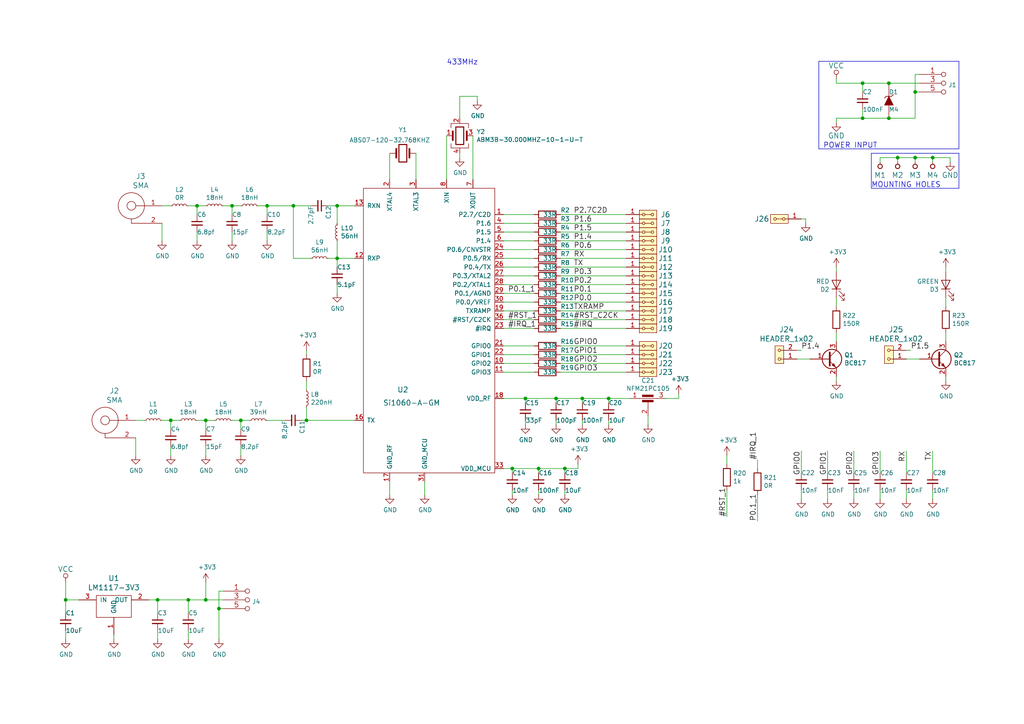
<source format=kicad_sch>
(kicad_sch (version 20220103) (generator eeschema)
  (paper "A4")
  (title_block (title "NAME") (date "%F") (rev "REV") (company "Mlab www.mlab.cz") (comment 1 "VERSION") (comment 2 "Short description \\nTwo lines are maximum") (comment 3 "nickname <email@example.com>") (comment 4 "BSD"))
  (junction (at 257.81 24.13))
  (junction (at 45.72 173.99))
  (junction (at 49.53 121.92))
  (junction (at 152.4 115.57))
  (junction (at 77.47 59.69))
  (junction (at 57.15 59.69))
  (junction (at 97.79 74.93))
  (junction (at 156.21 135.89))
  (junction (at 148.59 135.89))
  (junction (at 250.19 24.13))
  (junction (at 250.19 34.29))
  (junction (at 59.69 173.99))
  (junction (at 59.69 121.92))
  (junction (at 265.43 45.72))
  (junction (at 54.61 173.99))
  (junction (at 265.43 26.67))
  (junction (at 260.35 45.72))
  (junction (at 176.53 115.57))
  (junction (at 257.81 34.29))
  (junction (at 163.83 135.89))
  (junction (at 67.31 59.69))
  (junction (at 88.9 121.92))
  (junction (at 69.85 121.92))
  (junction (at 85.09 59.69))
  (junction (at 161.29 115.57))
  (junction (at 63.5 176.53))
  (junction (at 97.79 59.69))
  (junction (at 270.51 45.72))
  (junction (at 168.91 115.57))
  (junction (at 19.05 173.99))
  (wire (pts (xy 77.47 121.92) (xy 82.55 121.92)))
  (wire (pts (xy 64.77 59.69) (xy 67.31 59.69)))
  (wire (pts (xy 54.61 59.69) (xy 57.15 59.69)))
  (wire (pts (xy 257.81 24.13) (xy 266.7 24.13)))
  (wire (pts (xy 219.71 135.89) (xy 219.71 133.35)))
  (wire (pts (xy 33.02 185.42) (xy 33.02 184.15)))
  (wire (pts (xy 162.56 69.85) (xy 181.61 69.85)))
  (wire (pts (xy 77.47 59.69) (xy 85.09 59.69)))
  (wire (pts (xy 64.77 171.45) (xy 63.5 171.45)))
  (wire (pts (xy 162.56 90.17) (xy 181.61 90.17)))
  (wire (pts (xy 162.56 105.41) (xy 181.61 105.41)))
  (wire (pts (xy 260.35 46.99) (xy 260.35 45.72)))
  (wire (pts (xy 265.43 21.59) (xy 265.43 26.67)))
  (wire (pts (xy 233.68 63.5) (xy 233.68 64.77)))
  (wire (pts (xy 167.64 135.89) (xy 167.64 134.62)))
  (wire (pts (xy 275.59 45.72) (xy 270.51 45.72)))
  (wire (pts (xy 270.51 45.72) (xy 265.43 45.72)))
  (wire (pts (xy 161.29 123.19) (xy 161.29 121.92)))
  (wire (pts (xy 59.69 173.99) (xy 64.77 173.99)))
  (wire (pts (xy 74.93 59.69) (xy 77.47 59.69)))
  (wire (pts (xy 265.43 45.72) (xy 260.35 45.72)))
  (wire (pts (xy 146.05 105.41) (xy 154.94 105.41)))
  (wire (pts (xy 148.59 143.51) (xy 148.59 142.24)))
  (wire (pts (xy 162.56 92.71) (xy 181.61 92.71)))
  (wire (pts (xy 162.56 74.93) (xy 181.61 74.93)))
  (wire (pts (xy 161.29 116.84) (xy 161.29 115.57)))
  (wire (pts (xy 97.79 74.93) (xy 102.87 74.93)))
  (wire (pts (xy 54.61 185.42) (xy 54.61 182.88)))
  (wire (pts (xy 54.61 173.99) (xy 59.69 173.99)))
  (wire (pts (xy 57.15 121.92) (xy 59.69 121.92)))
  (wire (pts (xy 19.05 173.99) (xy 19.05 168.91)))
  (wire (pts (xy 146.05 95.25) (xy 154.94 95.25)))
  (wire (pts (xy 146.05 72.39) (xy 154.94 72.39)))
  (wire (pts (xy 242.57 110.49) (xy 242.57 109.22)))
  (wire (pts (xy 95.25 59.69) (xy 97.79 59.69)))
  (wire (pts (xy 162.56 107.95) (xy 181.61 107.95)))
  (wire (pts (xy 265.43 46.99) (xy 265.43 45.72)))
  (wire (pts (xy 146.05 100.33) (xy 154.94 100.33)))
  (wire (pts (xy 85.09 74.93) (xy 85.09 59.69)))
  (wire (pts (xy 152.4 116.84) (xy 152.4 115.57)))
  (wire (pts (xy 274.32 96.52) (xy 274.32 99.06)))
  (wire (pts (xy 162.56 85.09) (xy 181.61 85.09)))
  (wire (pts (xy 270.51 46.99) (xy 270.51 45.72)))
  (wire (pts (xy 146.05 69.85) (xy 154.94 69.85)))
  (wire (pts (xy 231.14 101.6) (xy 232.41 101.6)))
  (wire (pts (xy 274.32 110.49) (xy 274.32 109.22)))
  (wire (pts (xy 97.79 69.85) (xy 97.79 74.93)))
  (wire (pts (xy 77.47 62.23) (xy 77.47 59.69)))
  (wire (pts (xy 257.81 34.29) (xy 265.43 34.29)))
  (wire (pts (xy 250.19 31.75) (xy 250.19 34.29)))
  (wire (pts (xy 168.91 116.84) (xy 168.91 115.57)))
  (wire (pts (xy 54.61 173.99) (xy 54.61 177.8)))
  (wire (pts (xy 168.91 115.57) (xy 176.53 115.57)))
  (wire (pts (xy 63.5 176.53) (xy 63.5 185.42)))
  (wire (pts (xy 146.05 82.55) (xy 154.94 82.55)))
  (wire (pts (xy 45.72 177.8) (xy 45.72 173.99)))
  (wire (pts (xy 97.79 59.69) (xy 102.87 59.69)))
  (wire (pts (xy 162.56 100.33) (xy 181.61 100.33)))
  (wire (pts (xy 113.03 143.51) (xy 113.03 139.7)))
  (wire (pts (xy 59.69 121.92) (xy 62.23 121.92)))
  (wire (pts (xy 57.15 59.69) (xy 59.69 59.69)))
  (wire (pts (xy 146.05 67.31) (xy 154.94 67.31)))
  (wire (pts (xy 274.32 77.47) (xy 274.32 78.74)))
  (wire (pts (xy 163.83 135.89) (xy 167.64 135.89)))
  (wire (pts (xy 257.81 24.13) (xy 250.19 24.13)))
  (wire (pts (xy 63.5 176.53) (xy 64.77 176.53)))
  (polyline (pts (xy 237.49 43.18) (xy 237.49 17.78)))
  (wire (pts (xy 146.05 135.89) (xy 148.59 135.89)))
  (wire (pts (xy 193.04 115.57) (xy 196.85 115.57)))
  (wire (pts (xy 46.99 64.77) (xy 46.99 69.85)))
  (wire (pts (xy 69.85 121.92) (xy 72.39 121.92)))
  (wire (pts (xy 45.72 173.99) (xy 54.61 173.99)))
  (wire (pts (xy 146.05 80.01) (xy 154.94 80.01)))
  (wire (pts (xy 250.19 34.29) (xy 257.81 34.29)))
  (wire (pts (xy 59.69 124.46) (xy 59.69 121.92)))
  (wire (pts (xy 247.65 142.24) (xy 247.65 144.78)))
  (wire (pts (xy 133.35 45.72) (xy 133.35 44.45)))
  (wire (pts (xy 146.05 62.23) (xy 154.94 62.23)))
  (wire (pts (xy 162.56 64.77) (xy 181.61 64.77)))
  (wire (pts (xy 270.51 130.81) (xy 270.51 137.16)))
  (wire (pts (xy 39.37 127) (xy 39.37 132.08)))
  (wire (pts (xy 168.91 123.19) (xy 168.91 121.92)))
  (wire (pts (xy 187.96 123.19) (xy 187.96 120.65)))
  (wire (pts (xy 162.56 80.01) (xy 181.61 80.01)))
  (wire (pts (xy 148.59 137.16) (xy 148.59 135.89)))
  (wire (pts (xy 19.05 173.99) (xy 19.05 177.8)))
  (wire (pts (xy 255.27 45.72) (xy 255.27 46.99)))
  (wire (pts (xy 232.41 63.5) (xy 233.68 63.5)))
  (wire (pts (xy 113.03 44.45) (xy 113.03 52.07)))
  (wire (pts (xy 162.56 72.39) (xy 181.61 72.39)))
  (wire (pts (xy 176.53 115.57) (xy 182.88 115.57)))
  (wire (pts (xy 43.18 173.99) (xy 45.72 173.99)))
  (wire (pts (xy 210.82 132.08) (xy 210.82 134.62)))
  (wire (pts (xy 247.65 130.81) (xy 247.65 137.16)))
  (wire (pts (xy 45.72 185.42) (xy 45.72 182.88)))
  (wire (pts (xy 148.59 135.89) (xy 156.21 135.89)))
  (wire (pts (xy 46.99 121.92) (xy 49.53 121.92)))
  (wire (pts (xy 133.35 34.29) (xy 133.35 27.94)))
  (wire (pts (xy 146.05 90.17) (xy 154.94 90.17)))
  (wire (pts (xy 255.27 142.24) (xy 255.27 144.78)))
  (wire (pts (xy 88.9 118.11) (xy 88.9 121.92)))
  (wire (pts (xy 156.21 137.16) (xy 156.21 135.89)))
  (wire (pts (xy 242.57 78.74) (xy 242.57 77.47)))
  (wire (pts (xy 250.19 24.13) (xy 242.57 24.13)))
  (wire (pts (xy 67.31 59.69) (xy 69.85 59.69)))
  (wire (pts (xy 67.31 121.92) (xy 69.85 121.92)))
  (wire (pts (xy 97.79 77.47) (xy 97.79 74.93)))
  (wire (pts (xy 146.05 85.09) (xy 154.94 85.09)))
  (wire (pts (xy 156.21 135.89) (xy 163.83 135.89)))
  (wire (pts (xy 162.56 62.23) (xy 181.61 62.23)))
  (wire (pts (xy 146.05 107.95) (xy 154.94 107.95)))
  (wire (pts (xy 152.4 115.57) (xy 161.29 115.57)))
  (wire (pts (xy 57.15 69.85) (xy 57.15 67.31)))
  (wire (pts (xy 162.56 95.25) (xy 181.61 95.25)))
  (wire (pts (xy 146.05 64.77) (xy 154.94 64.77)))
  (wire (pts (xy 22.86 173.99) (xy 19.05 173.99)))
  (wire (pts (xy 87.63 121.92) (xy 88.9 121.92)))
  (wire (pts (xy 97.79 64.77) (xy 97.79 59.69)))
  (wire (pts (xy 163.83 137.16) (xy 163.83 135.89)))
  (wire (pts (xy 146.05 74.93) (xy 154.94 74.93)))
  (polyline (pts (xy 278.13 17.78) (xy 278.13 43.18)))
  (wire (pts (xy 19.05 185.42) (xy 19.05 182.88)))
  (wire (pts (xy 146.05 92.71) (xy 154.94 92.71)))
  (wire (pts (xy 266.7 21.59) (xy 265.43 21.59)))
  (wire (pts (xy 123.19 143.51) (xy 123.19 139.7)))
  (wire (pts (xy 275.59 46.99) (xy 275.59 45.72)))
  (wire (pts (xy 133.35 27.94) (xy 138.43 27.94)))
  (wire (pts (xy 162.56 67.31) (xy 181.61 67.31)))
  (wire (pts (xy 85.09 59.69) (xy 90.17 59.69)))
  (wire (pts (xy 59.69 168.91) (xy 59.69 173.99)))
  (polyline (pts (xy 252.73 54.61) (xy 252.73 44.45)))
  (wire (pts (xy 146.05 87.63) (xy 154.94 87.63)))
  (wire (pts (xy 176.53 123.19) (xy 176.53 121.92)))
  (wire (pts (xy 162.56 77.47) (xy 181.61 77.47)))
  (wire (pts (xy 274.32 86.36) (xy 274.32 88.9)))
  (wire (pts (xy 262.89 104.14) (xy 266.7 104.14)))
  (wire (pts (xy 97.79 85.09) (xy 97.79 82.55)))
  (wire (pts (xy 129.54 39.37) (xy 129.54 52.07)))
  (wire (pts (xy 57.15 62.23) (xy 57.15 59.69)))
  (wire (pts (xy 262.89 142.24) (xy 262.89 144.78)))
  (wire (pts (xy 240.03 142.24) (xy 240.03 144.78)))
  (wire (pts (xy 69.85 132.08) (xy 69.85 129.54)))
  (polyline (pts (xy 237.49 17.78) (xy 278.13 17.78)))
  (wire (pts (xy 152.4 123.19) (xy 152.4 121.92)))
  (polyline (pts (xy 252.73 44.45) (xy 278.13 44.45)))
  (wire (pts (xy 46.99 59.69) (xy 49.53 59.69)))
  (wire (pts (xy 242.57 99.06) (xy 242.57 96.52)))
  (wire (pts (xy 176.53 115.57) (xy 176.53 116.84)))
  (wire (pts (xy 88.9 102.87) (xy 88.9 101.6)))
  (wire (pts (xy 146.05 102.87) (xy 154.94 102.87)))
  (wire (pts (xy 39.37 121.92) (xy 41.91 121.92)))
  (polyline (pts (xy 278.13 43.18) (xy 237.49 43.18)))
  (wire (pts (xy 242.57 88.9) (xy 242.57 86.36)))
  (wire (pts (xy 49.53 132.08) (xy 49.53 129.54)))
  (wire (pts (xy 63.5 171.45) (xy 63.5 176.53)))
  (wire (pts (xy 260.35 45.72) (xy 255.27 45.72)))
  (wire (pts (xy 95.25 74.93) (xy 97.79 74.93)))
  (wire (pts (xy 146.05 115.57) (xy 152.4 115.57)))
  (wire (pts (xy 210.82 142.24) (xy 210.82 149.86)))
  (wire (pts (xy 137.16 39.37) (xy 137.16 52.07)))
  (wire (pts (xy 90.17 74.93) (xy 85.09 74.93)))
  (wire (pts (xy 67.31 69.85) (xy 67.31 67.31)))
  (wire (pts (xy 49.53 124.46) (xy 49.53 121.92)))
  (wire (pts (xy 242.57 22.86) (xy 242.57 24.13)))
  (wire (pts (xy 250.19 24.13) (xy 250.19 26.67)))
  (wire (pts (xy 242.57 34.29) (xy 242.57 35.56)))
  (polyline (pts (xy 278.13 54.61) (xy 252.73 54.61)))
  (wire (pts (xy 232.41 130.81) (xy 232.41 137.16)))
  (wire (pts (xy 163.83 143.51) (xy 163.83 142.24)))
  (wire (pts (xy 262.89 130.81) (xy 262.89 137.16)))
  (wire (pts (xy 250.19 34.29) (xy 242.57 34.29)))
  (wire (pts (xy 162.56 82.55) (xy 181.61 82.55)))
  (wire (pts (xy 265.43 26.67) (xy 265.43 34.29)))
  (wire (pts (xy 120.65 44.45) (xy 120.65 52.07)))
  (wire (pts (xy 262.89 101.6) (xy 264.16 101.6)))
  (wire (pts (xy 69.85 124.46) (xy 69.85 121.92)))
  (wire (pts (xy 67.31 62.23) (xy 67.31 59.69)))
  (wire (pts (xy 270.51 142.24) (xy 270.51 144.78)))
  (wire (pts (xy 240.03 130.81) (xy 240.03 137.16)))
  (polyline (pts (xy 278.13 44.45) (xy 278.13 54.61)))
  (wire (pts (xy 232.41 142.24) (xy 232.41 144.78)))
  (wire (pts (xy 49.53 121.92) (xy 52.07 121.92)))
  (wire (pts (xy 146.05 77.47) (xy 154.94 77.47)))
  (wire (pts (xy 162.56 102.87) (xy 181.61 102.87)))
  (wire (pts (xy 88.9 121.92) (xy 102.87 121.92)))
  (wire (pts (xy 156.21 143.51) (xy 156.21 142.24)))
  (wire (pts (xy 231.14 104.14) (xy 234.95 104.14)))
  (wire (pts (xy 88.9 113.03) (xy 88.9 110.49)))
  (wire (pts (xy 161.29 115.57) (xy 168.91 115.57)))
  (wire (pts (xy 59.69 132.08) (xy 59.69 129.54)))
  (wire (pts (xy 219.71 143.51) (xy 219.71 151.13)))
  (wire (pts (xy 138.43 27.94) (xy 138.43 29.21)))
  (wire (pts (xy 77.47 69.85) (xy 77.47 67.31)))
  (wire (pts (xy 255.27 130.81) (xy 255.27 137.16)))
  (wire (pts (xy 162.56 87.63) (xy 181.61 87.63)))
  (wire (pts (xy 196.85 115.57) (xy 196.85 114.3)))
  (wire (pts (xy 266.7 26.67) (xy 265.43 26.67)))
  (text "POWER INPUT" (at 238.76 43.18 0) (effects (font (size 1.524 1.524)) (justify left bottom)))
  (text "433MHz" (at 129.54 19.05 0) (effects (font (size 1.524 1.524)) (justify left bottom)))
  (text "MOUNTING HOLES" (at 252.73 54.61 0) (effects (font (size 1.524 1.524)) (justify left bottom)))
  (label "P0.2" (at 166.37 82.55 0) (effects (font (size 1.524 1.524))))
  (label "#RST_1" (at 147.32 92.71 0) (effects (font (size 1.524 1.524))))
  (label "#IRQ_1" (at 147.32 95.25 0) (effects (font (size 1.524 1.524))))
  (label "TX" (at 166.37 77.47 0) (effects (font (size 1.524 1.524))))
  (label "TX" (at 270.51 130.81 270) (effects (font (size 1.524 1.524))))
  (label "P1.4" (at 166.37 69.85 0) (effects (font (size 1.524 1.524))))
  (label "RX" (at 262.89 130.81 270) (effects (font (size 1.524 1.524))))
  (label "P0.1_1" (at 147.32 85.09 0) (effects (font (size 1.524 1.524))))
  (label "#RST_C2CK" (at 166.37 92.71 0) (effects (font (size 1.524 1.524))))
  (label "GPIO2" (at 247.65 130.81 270) (effects (font (size 1.524 1.524))))
  (label "P1.5" (at 264.16 101.6 0) (effects (font (size 1.524 1.524))))
  (label "GPIO0" (at 232.41 130.81 270) (effects (font (size 1.524 1.524))))
  (label "P0.3" (at 166.37 80.01 0) (effects (font (size 1.524 1.524))))
  (label "#IRQ_1" (at 219.71 133.35 90) (effects (font (size 1.524 1.524))))
  (label "TXRAMP" (at 166.37 90.17 0) (effects (font (size 1.524 1.524))))
  (label "P0.1" (at 166.37 85.09 0) (effects (font (size 1.524 1.524))))
  (label "#IRQ" (at 166.37 95.25 0) (effects (font (size 1.524 1.524))))
  (label "P0.0" (at 166.37 87.63 0) (effects (font (size 1.524 1.524))))
  (label "GPIO3" (at 166.37 107.95 0) (effects (font (size 1.524 1.524))))
  (label "RX" (at 166.37 74.93 0) (effects (font (size 1.524 1.524))))
  (label "P1.6" (at 166.37 64.77 0) (effects (font (size 1.524 1.524))))
  (label "GPIO0" (at 166.37 100.33 0) (effects (font (size 1.524 1.524))))
  (label "GPIO1" (at 166.37 102.87 0) (effects (font (size 1.524 1.524))))
  (label "GPIO1" (at 240.03 130.81 270) (effects (font (size 1.524 1.524))))
  (label "P1.5" (at 166.37 67.31 0) (effects (font (size 1.524 1.524))))
  (label "#RST_1" (at 210.82 149.86 90) (effects (font (size 1.524 1.524))))
  (label "P0.6" (at 166.37 72.39 0) (effects (font (size 1.524 1.524))))
  (label "P0.1_1" (at 219.71 151.13 90) (effects (font (size 1.524 1.524))))
  (label "GPIO3" (at 255.27 130.81 270) (effects (font (size 1.524 1.524))))
  (label "GPIO2" (at 166.37 105.41 0) (effects (font (size 1.524 1.524))))
  (label "P2.7C2D" (at 166.37 62.23 0) (effects (font (size 1.524 1.524))))
  (label "P1.4" (at 232.41 101.6 0) (effects (font (size 1.524 1.524))))
  (symbol (lib_id "power:VCC") (at 242.57 22.86 0) (unit 1)
    (property "Reference" "#PWR01" (effects hide))
    (property "Value" "VCC" (at 242.57 19.05 0) (effects (font (size 1.524 1.524))))
  )
  (symbol (lib_id "power:GND") (at 242.57 35.56 0) (unit 1)
    (property "Reference" "#PWR02" (effects hide))
    (property "Value" "GND" (at 242.57 39.37 0) (effects (font (size 1.524 1.524))))
  )
  (symbol (lib_id "MLAB_MECHANICAL:HOLE") (at 255.27 48.26 90) (unit 1)
    (property "Reference" "M1" (at 255.27 50.8 90) (effects (font (size 1.524 1.524))))
    (property "Value" "HOLE" (effects hide))
    (property "Footprint" "Mlab_Mechanical:MountingHole_3mm" (effects hide))
  )
  (symbol (lib_id "MLAB_MECHANICAL:HOLE") (at 260.35 48.26 90) (unit 1)
    (property "Reference" "M2" (at 260.35 50.8 90) (effects (font (size 1.524 1.524))))
    (property "Value" "HOLE" (effects hide))
    (property "Footprint" "Mlab_Mechanical:MountingHole_3mm" (effects hide))
  )
  (symbol (lib_id "MLAB_MECHANICAL:HOLE") (at 265.43 48.26 90) (unit 1)
    (property "Reference" "M3" (at 265.43 50.8 90) (effects (font (size 1.524 1.524))))
    (property "Value" "HOLE" (effects hide))
    (property "Footprint" "Mlab_Mechanical:MountingHole_3mm" (effects hide))
  )
  (symbol (lib_id "MLAB_MECHANICAL:HOLE") (at 270.51 48.26 90) (unit 1)
    (property "Reference" "M4" (at 270.51 50.8 90) (effects (font (size 1.524 1.524))))
    (property "Value" "HOLE" (effects hide))
    (property "Footprint" "Mlab_Mechanical:MountingHole_3mm" (effects hide))
  )
  (symbol (lib_id "power:GND") (at 275.59 46.99 0) (unit 1)
    (property "Reference" "#PWR03" (effects hide))
    (property "Value" "GND" (at 275.59 50.8 0) (effects (font (size 1.524 1.524))))
  )
  (symbol (lib_id "Device:C_Small") (at 250.19 29.21 0) (unit 1)
    (property "Reference" "C2" (at 250.19 26.67 0) (effects (justify left)))
    (property "Value" "100nF" (at 250.19 31.75 0) (effects (justify left)))
    (property "Footprint" "Mlab_R:SMD-0805" (effects hide))
    (property "UST_ID" "5c70984712875079b91f8b4c" (effects hide))
  )
  (symbol (lib_id "MLAB_Jumpers:JUMP_3X2") (at 276.86 25.4 0) (unit 1)
    (property "Reference" "J1" (at 275.0566 24.638 0) (effects (justify left)))
    (property "Value" "JUMP_3X2" (effects hide))
    (property "Footprint" "Mlab_Pin_Headers:Straight_2x03" (effects hide))
  )
  (symbol (lib_id "MLAB_D:D_ZENER") (at 257.81 29.21 270) (unit 1)
    (property "Reference" "D1" (at 257.81 26.67 90) (effects (justify left)))
    (property "Value" "M4" (at 257.81 31.75 90) (effects (justify left)))
    (property "Footprint" "Mlab_D:Diode-MiniMELF_Standard" (effects hide))
    (property "UST_ID" "5c70984512875079b91f88ac" (effects hide))
  )
  (symbol (lib_id "MLAB_IO:Si1060-A-GM") (at 123.19 92.71 0) (unit 1)
    (property "Reference" "U2" (at 116.84 113.03 0) (effects (font (size 1.524 1.524))))
    (property "Value" "Si1060-A-GM" (at 119.38 116.84 0) (effects (font (size 1.524 1.524))))
    (property "Footprint" "Package_DFN_QFN:QFN-36-1EP_5x6mm_P0.5mm_EP3.6x4.1mm_ThermalVias" (effects hide))
    (property "Datasheet" "https://www.silabs.com/documents/public/data-sheets/Si106x-8x.pdf" (effects hide))
    (property "UST_ID" "5c70984812875079b91f8ba3" (effects hide))
  )
  (symbol (lib_id "MLAB_U:LM1117") (at 33.02 176.53 0) (unit 1)
    (property "Reference" "U1" (at 33.02 167.7162 0) (effects (font (size 1.524 1.524))))
    (property "Value" "LM1117-3V3" (at 33.02 170.4086 0) (effects (font (size 1.524 1.524))))
    (property "Footprint" "Mlab_IO:SOT-223" (effects hide))
    (property "UST_ID" "5c70984712875079b91f8af9" (effects hide))
  )
  (symbol (lib_id "Device:C_Small") (at 19.05 180.34 0) (unit 1)
    (property "Reference" "C1" (at 19.05 177.8 0) (effects (justify left)))
    (property "Value" "10uF" (at 19.05 182.88 0) (effects (justify left)))
    (property "Footprint" "Mlab_R:SMD-0805" (effects hide))
    (property "UST_ID" "5c70984812875079b91f8bbd" (effects hide))
  )
  (symbol (lib_id "Device:C_Small") (at 45.72 180.34 0) (unit 1)
    (property "Reference" "C3" (at 45.72 177.8 0) (effects (justify left)))
    (property "Value" "10uF" (at 45.72 182.88 0) (effects (justify left)))
    (property "Footprint" "Mlab_R:SMD-0805" (effects hide))
    (property "UST_ID" "5c70984812875079b91f8bbd" (effects hide))
  )
  (symbol (lib_id "Device:C_Small") (at 54.61 180.34 0) (unit 1)
    (property "Reference" "C5" (at 54.61 177.8 0) (effects (justify left)))
    (property "Value" "10uF" (at 54.61 182.88 0) (effects (justify left)))
    (property "Footprint" "Mlab_R:SMD-0805" (effects hide))
    (property "UST_ID" "5c70984812875079b91f8bbd" (effects hide))
  )
  (symbol (lib_id "power:GND") (at 19.05 185.42 0) (unit 1)
    (property "Reference" "#PWR0101" (effects hide))
    (property "Value" "GND" (at 19.177 189.8142 0))
  )
  (symbol (lib_id "power:GND") (at 33.02 185.42 0) (unit 1)
    (property "Reference" "#PWR0102" (effects hide))
    (property "Value" "GND" (at 33.147 189.8142 0))
  )
  (symbol (lib_id "power:GND") (at 45.72 185.42 0) (unit 1)
    (property "Reference" "#PWR0103" (effects hide))
    (property "Value" "GND" (at 45.847 189.8142 0))
  )
  (symbol (lib_id "power:GND") (at 54.61 185.42 0) (unit 1)
    (property "Reference" "#PWR0104" (effects hide))
    (property "Value" "GND" (at 54.737 189.8142 0))
  )
  (symbol (lib_id "power:VCC") (at 19.05 168.91 0) (unit 1)
    (property "Reference" "#PWR0105" (effects hide))
    (property "Value" "VCC" (at 19.05 165.1 0) (effects (font (size 1.524 1.524))))
  )
  (symbol (lib_id "MLAB_Jumpers:JUMP_3X2") (at 74.93 175.26 0) (unit 1)
    (property "Reference" "J4" (at 73.1266 174.498 0) (effects (justify left)))
    (property "Value" "JUMP_3X2" (effects hide))
    (property "Footprint" "Mlab_Pin_Headers:Straight_2x03" (effects hide))
  )
  (symbol (lib_id "power:GND") (at 63.5 185.42 0) (unit 1)
    (property "Reference" "#PWR0106" (effects hide))
    (property "Value" "GND" (at 63.627 189.8142 0))
  )
  (symbol (lib_id "power:+3.3V") (at 59.69 168.91 0) (unit 1)
    (property "Reference" "#PWR0107" (effects hide))
    (property "Value" "+3.3V" (at 60.071 164.5158 0))
  )
  (symbol (lib_id "MLAB_CONNECTORS:SMA") (at 30.48 121.92 0) (mirror y) (unit 1)
    (property "Reference" "J2" (at 33.1724 113.3602 0) (effects (font (size 1.524 1.524))))
    (property "Value" "SMA" (at 33.1724 116.0526 0) (effects (font (size 1.524 1.524))))
    (property "Footprint" "Mlab_CON:SMA6251A13G50" (effects hide))
    (property "UST_ID" "5c70984412875079b91f87ac" (effects hide))
  )
  (symbol (lib_id "Device:L_Small") (at 44.45 121.92 90) (unit 1)
    (property "Reference" "L1" (at 44.45 117.221 90))
    (property "Value" "0R" (at 44.45 119.5324 90))
    (property "Footprint" "Mlab_R:SMD-0805" (effects hide))
    (property "UST_ID" "5c70984512875079b91f896b" (effects hide))
  )
  (symbol (lib_id "Device:L_Small") (at 54.61 121.92 90) (unit 1)
    (property "Reference" "L3" (at 54.61 117.221 90))
    (property "Value" "18nH" (at 54.61 119.5324 90))
    (property "Footprint" "Mlab_R:SMD-0805" (effects hide))
    (property "UST_ID" "5c70984412875079b91f8806" (effects hide))
  )
  (symbol (lib_id "Device:L_Small") (at 64.77 121.92 90) (unit 1)
    (property "Reference" "L5" (at 64.77 117.221 90))
    (property "Value" "18nH" (at 64.77 119.5324 90))
    (property "Footprint" "Mlab_R:SMD-0805" (effects hide))
    (property "UST_ID" "5c70984412875079b91f8806" (effects hide))
  )
  (symbol (lib_id "Device:L_Small") (at 74.93 121.92 90) (unit 1)
    (property "Reference" "L7" (at 74.93 117.221 90))
    (property "Value" "39nH" (at 74.93 119.5324 90))
    (property "Footprint" "Mlab_R:SMD-0805" (effects hide))
    (property "UST_ID" "5c70984412875079b91f8809" (effects hide))
  )
  (symbol (lib_id "Device:C_Small") (at 85.09 121.92 270) (unit 1)
    (property "Reference" "C11" (at 87.63 121.92 0) (effects (justify left)))
    (property "Value" "8,2pF" (at 82.55 121.92 0) (effects (justify left)))
    (property "Footprint" "Mlab_R:SMD-0805" (effects hide))
    (property "UST_ID" "5c70984712875079b91f8b2f" (effects hide))
  )
  (symbol (lib_id "Device:C_Small") (at 49.53 127 0) (unit 1)
    (property "Reference" "C4" (at 49.53 124.46 0) (effects (justify left)))
    (property "Value" "6.8pf" (at 49.53 129.54 0) (effects (justify left)))
    (property "Footprint" "Mlab_R:SMD-0805" (effects hide))
    (property "UST_ID" "5c70984712875079b91f8b2e" (effects hide))
  )
  (symbol (lib_id "Device:C_Small") (at 59.69 127 0) (unit 1)
    (property "Reference" "C7" (at 59.69 124.46 0) (effects (justify left)))
    (property "Value" "15pF" (at 59.69 129.54 0) (effects (justify left)))
    (property "Footprint" "Mlab_R:SMD-0805" (effects hide))
    (property "UST_ID" "5c70984712875079b91f8b32" (effects hide))
  )
  (symbol (lib_id "Device:C_Small") (at 69.85 127 0) (unit 1)
    (property "Reference" "C9" (at 69.85 124.46 0) (effects (justify left)))
    (property "Value" "8,2pF" (at 69.85 129.54 0) (effects (justify left)))
    (property "Footprint" "Mlab_R:SMD-0805" (effects hide))
    (property "UST_ID" "5c70984712875079b91f8b2f" (effects hide))
  )
  (symbol (lib_id "Device:L_Small") (at 88.9 115.57 0) (unit 1)
    (property "Reference" "L8" (at 90.0938 114.4016 0) (effects (justify left)))
    (property "Value" "220nH" (at 90.0938 116.713 0) (effects (justify left)))
    (property "Footprint" "Mlab_R:SMD-0805" (effects hide))
    (property "UST_ID" "5c70984412875079b91f880d" (effects hide))
  )
  (symbol (lib_id "Device:R") (at 88.9 106.68 0) (unit 1)
    (property "Reference" "R1" (at 90.678 105.5116 0) (effects (justify left)))
    (property "Value" "0R" (at 90.678 107.823 0) (effects (justify left)))
    (property "Footprint" "Mlab_R:SMD-0805" (effects hide))
    (property "UST_ID" "5c70984512875079b91f896b" (effects hide))
  )
  (symbol (lib_id "power:+3.3V") (at 88.9 101.6 0) (unit 1)
    (property "Reference" "#PWR0108" (effects hide))
    (property "Value" "+3.3V" (at 89.281 97.2058 0))
  )
  (symbol (lib_id "power:GND") (at 113.03 143.51 0) (unit 1)
    (property "Reference" "#PWR0109" (effects hide))
    (property "Value" "GND" (at 113.157 147.9042 0))
  )
  (symbol (lib_id "power:GND") (at 123.19 143.51 0) (unit 1)
    (property "Reference" "#PWR0110" (effects hide))
    (property "Value" "GND" (at 123.317 147.9042 0))
  )
  (symbol (lib_id "power:GND") (at 39.37 132.08 0) (unit 1)
    (property "Reference" "#PWR0111" (effects hide))
    (property "Value" "GND" (at 39.497 136.4742 0))
  )
  (symbol (lib_id "power:GND") (at 49.53 132.08 0) (unit 1)
    (property "Reference" "#PWR0112" (effects hide))
    (property "Value" "GND" (at 49.657 136.4742 0))
  )
  (symbol (lib_id "power:GND") (at 59.69 132.08 0) (unit 1)
    (property "Reference" "#PWR0113" (effects hide))
    (property "Value" "GND" (at 59.817 136.4742 0))
  )
  (symbol (lib_id "power:GND") (at 69.85 132.08 0) (unit 1)
    (property "Reference" "#PWR0114" (effects hide))
    (property "Value" "GND" (at 69.977 136.4742 0))
  )
  (symbol (lib_id "Device:R") (at 158.75 62.23 270) (unit 1)
    (property "Reference" "R2" (at 162.56 60.96 90) (effects (justify left)))
    (property "Value" "33R" (at 157.48 62.23 90) (effects (justify left)))
    (property "Footprint" "Mlab_R:SMD-0805" (effects hide))
    (property "UST_ID" "5c70984512875079b91f8970" (effects hide))
  )
  (symbol (lib_id "Device:Crystal") (at 116.84 44.45 0) (unit 1)
    (property "Reference" "Y1" (at 116.84 37.6428 0))
    (property "Value" "ABS07-120-32.768KHZ" (at 113.03 40.64 0))
    (property "Footprint" "Mlab_XTAL:ABS07" (effects hide))
    (property "UST_ID" "5c70984712875079b91f8b1b" (effects hide))
  )
  (symbol (lib_id "power:GND") (at 133.35 45.72 0) (unit 1)
    (property "Reference" "#PWR0115" (effects hide))
    (property "Value" "GND" (at 133.477 50.1142 0))
  )
  (symbol (lib_id "Device:R") (at 158.75 64.77 270) (unit 1)
    (property "Reference" "R3" (at 162.56 63.5 90) (effects (justify left)))
    (property "Value" "33R" (at 157.48 64.77 90) (effects (justify left)))
    (property "Footprint" "Mlab_R:SMD-0805" (effects hide))
    (property "UST_ID" "5c70984512875079b91f8970" (effects hide))
  )
  (symbol (lib_id "Device:R") (at 158.75 67.31 270) (unit 1)
    (property "Reference" "R4" (at 162.56 66.04 90) (effects (justify left)))
    (property "Value" "33R" (at 157.48 67.31 90) (effects (justify left)))
    (property "Footprint" "Mlab_R:SMD-0805" (effects hide))
    (property "UST_ID" "5c70984512875079b91f8970" (effects hide))
  )
  (symbol (lib_id "Device:R") (at 158.75 69.85 270) (unit 1)
    (property "Reference" "R5" (at 162.56 68.58 90) (effects (justify left)))
    (property "Value" "33R" (at 157.48 69.85 90) (effects (justify left)))
    (property "Footprint" "Mlab_R:SMD-0805" (effects hide))
    (property "UST_ID" "5c70984512875079b91f8970" (effects hide))
  )
  (symbol (lib_id "Device:R") (at 158.75 72.39 270) (unit 1)
    (property "Reference" "R6" (at 162.56 71.12 90) (effects (justify left)))
    (property "Value" "33R" (at 157.48 72.39 90) (effects (justify left)))
    (property "Footprint" "Mlab_R:SMD-0805" (effects hide))
    (property "UST_ID" "5c70984512875079b91f8970" (effects hide))
  )
  (symbol (lib_id "Device:R") (at 158.75 74.93 270) (unit 1)
    (property "Reference" "R7" (at 162.56 73.66 90) (effects (justify left)))
    (property "Value" "33R" (at 157.48 74.93 90) (effects (justify left)))
    (property "Footprint" "Mlab_R:SMD-0805" (effects hide))
    (property "UST_ID" "5c70984512875079b91f8970" (effects hide))
  )
  (symbol (lib_id "Device:R") (at 158.75 77.47 270) (unit 1)
    (property "Reference" "R8" (at 162.56 76.2 90) (effects (justify left)))
    (property "Value" "33R" (at 157.48 77.47 90) (effects (justify left)))
    (property "Footprint" "Mlab_R:SMD-0805" (effects hide))
    (property "UST_ID" "5c70984512875079b91f8970" (effects hide))
  )
  (symbol (lib_id "Device:R") (at 158.75 80.01 270) (unit 1)
    (property "Reference" "R9" (at 162.56 78.74 90) (effects (justify left)))
    (property "Value" "33R" (at 157.48 80.01 90) (effects (justify left)))
    (property "Footprint" "Mlab_R:SMD-0805" (effects hide))
    (property "UST_ID" "5c70984512875079b91f8970" (effects hide))
  )
  (symbol (lib_id "Device:R") (at 158.75 82.55 270) (unit 1)
    (property "Reference" "R10" (at 162.56 81.28 90) (effects (justify left)))
    (property "Value" "33R" (at 157.48 82.55 90) (effects (justify left)))
    (property "Footprint" "Mlab_R:SMD-0805" (effects hide))
    (property "UST_ID" "5c70984512875079b91f8970" (effects hide))
  )
  (symbol (lib_id "Device:R") (at 158.75 85.09 270) (unit 1)
    (property "Reference" "R11" (at 162.56 83.82 90) (effects (justify left)))
    (property "Value" "33R" (at 157.48 85.09 90) (effects (justify left)))
    (property "Footprint" "Mlab_R:SMD-0805" (effects hide))
    (property "UST_ID" "5c70984512875079b91f8970" (effects hide))
  )
  (symbol (lib_id "Device:R") (at 158.75 87.63 270) (unit 1)
    (property "Reference" "R12" (at 162.56 86.36 90) (effects (justify left)))
    (property "Value" "33R" (at 157.48 87.63 90) (effects (justify left)))
    (property "Footprint" "Mlab_R:SMD-0805" (effects hide))
    (property "UST_ID" "5c70984512875079b91f8970" (effects hide))
  )
  (symbol (lib_id "Device:R") (at 158.75 90.17 270) (unit 1)
    (property "Reference" "R13" (at 162.56 88.9 90) (effects (justify left)))
    (property "Value" "33R" (at 157.48 90.17 90) (effects (justify left)))
    (property "Footprint" "Mlab_R:SMD-0805" (effects hide))
    (property "UST_ID" "5c70984512875079b91f8970" (effects hide))
  )
  (symbol (lib_id "Device:R") (at 158.75 92.71 270) (unit 1)
    (property "Reference" "R14" (at 162.56 91.44 90) (effects (justify left)))
    (property "Value" "33R" (at 157.48 92.71 90) (effects (justify left)))
    (property "Footprint" "Mlab_R:SMD-0805" (effects hide))
    (property "UST_ID" "5c70984512875079b91f8970" (effects hide))
  )
  (symbol (lib_id "Device:R") (at 158.75 95.25 270) (unit 1)
    (property "Reference" "R15" (at 162.56 93.98 90) (effects (justify left)))
    (property "Value" "33R" (at 157.48 95.25 90) (effects (justify left)))
    (property "Footprint" "Mlab_R:SMD-0805" (effects hide))
    (property "UST_ID" "5c70984512875079b91f8970" (effects hide))
  )
  (symbol (lib_id "Device:R") (at 158.75 100.33 270) (unit 1)
    (property "Reference" "R16" (at 162.56 99.06 90) (effects (justify left)))
    (property "Value" "33R" (at 157.48 100.33 90) (effects (justify left)))
    (property "Footprint" "Mlab_R:SMD-0805" (effects hide))
    (property "UST_ID" "5c70984512875079b91f8970" (effects hide))
  )
  (symbol (lib_id "Device:R") (at 158.75 102.87 270) (unit 1)
    (property "Reference" "R17" (at 162.56 101.6 90) (effects (justify left)))
    (property "Value" "33R" (at 157.48 102.87 90) (effects (justify left)))
    (property "Footprint" "Mlab_R:SMD-0805" (effects hide))
    (property "UST_ID" "5c70984512875079b91f8970" (effects hide))
  )
  (symbol (lib_id "Device:R") (at 158.75 105.41 270) (unit 1)
    (property "Reference" "R18" (at 162.56 104.14 90) (effects (justify left)))
    (property "Value" "33R" (at 157.48 105.41 90) (effects (justify left)))
    (property "Footprint" "Mlab_R:SMD-0805" (effects hide))
    (property "UST_ID" "5c70984512875079b91f8970" (effects hide))
  )
  (symbol (lib_id "Device:R") (at 158.75 107.95 270) (unit 1)
    (property "Reference" "R19" (at 162.56 106.68 90) (effects (justify left)))
    (property "Value" "33R" (at 157.48 107.95 90) (effects (justify left)))
    (property "Footprint" "Mlab_R:SMD-0805" (effects hide))
    (property "UST_ID" "5c70984512875079b91f8970" (effects hide))
  )
  (symbol (lib_id "Device:Crystal_GND24") (at 133.35 39.37 0) (unit 1)
    (property "Reference" "Y2" (at 138.2014 38.2016 0) (effects (justify left)))
    (property "Value" "ABM3B-30.000MHZ-10-1-U-T" (at 138.2014 40.513 0) (effects (justify left)))
    (property "Footprint" "Crystal:Crystal_SMD_Abracon_ABM3B-4Pin_5.0x3.2mm" (effects hide))
    (property "UST_ID" "5c70984712875079b91f8ba1" (effects hide))
  )
  (symbol (lib_id "power:GND") (at 138.43 29.21 0) (unit 1)
    (property "Reference" "#PWR0116" (effects hide))
    (property "Value" "GND" (at 138.557 33.6042 0))
  )
  (symbol (lib_id "Device:EMI_Filter_C") (at 187.96 118.11 0) (unit 1)
    (property "Reference" "C21" (at 187.96 110.363 0))
    (property "Value" "NFM21PC105" (at 187.96 112.6744 0))
    (property "Footprint" "Mlab_L:FIR1" (effects hide))
    (property "Datasheet" "http://www.murata.com/~/media/webrenewal/support/library/catalog/products/emc/emifil/c31e.ashx?la=en-gb" (effects hide))
  )
  (symbol (lib_id "MLAB_CONNECTORS:SMA") (at 38.1 59.69 0) (mirror y) (unit 1)
    (property "Reference" "J3" (at 40.7924 51.1302 0) (effects (font (size 1.524 1.524))))
    (property "Value" "SMA" (at 40.7924 53.8226 0) (effects (font (size 1.524 1.524))))
    (property "Footprint" "Mlab_CON:SMA6251A13G50" (effects hide))
    (property "UST_ID" "5c70984412875079b91f87ac" (effects hide))
  )
  (symbol (lib_id "Device:L_Small") (at 52.07 59.69 90) (unit 1)
    (property "Reference" "L2" (at 52.07 54.991 90))
    (property "Value" "0R" (at 52.07 57.3024 90))
    (property "Footprint" "Mlab_R:SMD-0805" (effects hide))
    (property "UST_ID" "5c70984512875079b91f896b" (effects hide))
  )
  (symbol (lib_id "Device:L_Small") (at 62.23 59.69 90) (unit 1)
    (property "Reference" "L4" (at 62.23 54.991 90))
    (property "Value" "18nH" (at 62.23 57.3024 90))
    (property "Footprint" "Mlab_R:SMD-0805" (effects hide))
    (property "UST_ID" "5c70984412875079b91f8806" (effects hide))
  )
  (symbol (lib_id "Device:L_Small") (at 72.39 59.69 90) (unit 1)
    (property "Reference" "L6" (at 72.39 54.991 90))
    (property "Value" "18nH" (at 72.39 57.3024 90))
    (property "Footprint" "Mlab_R:SMD-0805" (effects hide))
    (property "UST_ID" "5c70984412875079b91f8806" (effects hide))
  )
  (symbol (lib_id "Device:C_Small") (at 57.15 64.77 0) (unit 1)
    (property "Reference" "C6" (at 57.15 62.23 0) (effects (justify left)))
    (property "Value" "6.8pf" (at 57.15 67.31 0) (effects (justify left)))
    (property "Footprint" "Mlab_R:SMD-0805" (effects hide))
    (property "UST_ID" "5c70984712875079b91f8b2e" (effects hide))
  )
  (symbol (lib_id "Device:C_Small") (at 67.31 64.77 0) (unit 1)
    (property "Reference" "C8" (at 67.31 62.23 0) (effects (justify left)))
    (property "Value" "15pF" (at 67.31 67.31 0) (effects (justify left)))
    (property "Footprint" "Mlab_R:SMD-0805" (effects hide))
    (property "UST_ID" "5c70984712875079b91f8b32" (effects hide))
  )
  (symbol (lib_id "Device:C_Small") (at 77.47 64.77 0) (unit 1)
    (property "Reference" "C10" (at 77.47 62.23 0) (effects (justify left)))
    (property "Value" "8,2pF" (at 77.47 67.31 0) (effects (justify left)))
    (property "Footprint" "Mlab_R:SMD-0805" (effects hide))
    (property "UST_ID" "5c70984712875079b91f8b2f" (effects hide))
  )
  (symbol (lib_id "power:GND") (at 46.99 69.85 0) (unit 1)
    (property "Reference" "#PWR0117" (effects hide))
    (property "Value" "GND" (at 47.117 74.2442 0))
  )
  (symbol (lib_id "power:GND") (at 57.15 69.85 0) (unit 1)
    (property "Reference" "#PWR0118" (effects hide))
    (property "Value" "GND" (at 57.277 74.2442 0))
  )
  (symbol (lib_id "power:GND") (at 67.31 69.85 0) (unit 1)
    (property "Reference" "#PWR0119" (effects hide))
    (property "Value" "GND" (at 67.437 74.2442 0))
  )
  (symbol (lib_id "power:GND") (at 77.47 69.85 0) (unit 1)
    (property "Reference" "#PWR0120" (effects hide))
    (property "Value" "GND" (at 77.597 74.2442 0))
  )
  (symbol (lib_id "Device:L_Small") (at 97.79 67.31 180) (unit 1)
    (property "Reference" "L10" (at 98.8314 66.1416 0) (effects (justify right)))
    (property "Value" "56nH" (at 98.8314 68.453 0) (effects (justify right)))
    (property "Footprint" "Mlab_R:SMD-0805" (effects hide))
    (property "UST_ID" "5c70984812875079b91f8ba4" (effects hide))
  )
  (symbol (lib_id "Device:L_Small") (at 92.71 74.93 90) (unit 1)
    (property "Reference" "L9" (at 92.71 70.231 90))
    (property "Value" "56nH" (at 92.71 72.5424 90))
    (property "Footprint" "Mlab_R:SMD-0805" (effects hide))
    (property "UST_ID" "5c70984812875079b91f8ba4" (effects hide))
  )
  (symbol (lib_id "Device:C_Small") (at 97.79 80.01 0) (unit 1)
    (property "Reference" "C13" (at 97.79 77.47 0) (effects (justify left)))
    (property "Value" "5.1pF" (at 97.79 82.55 0) (effects (justify left)))
    (property "Footprint" "Mlab_R:SMD-0805" (effects hide))
    (property "UST_ID" "5c70984812875079b91f8ba2" (effects hide))
  )
  (symbol (lib_id "Device:C_Small") (at 92.71 59.69 270) (unit 1)
    (property "Reference" "C12" (at 95.25 59.69 0) (effects (justify left)))
    (property "Value" "2.7pF" (at 90.17 59.69 0) (effects (justify left)))
    (property "Footprint" "Mlab_R:SMD-0805" (effects hide))
    (property "UST_ID" "5c70984712875079b91f8b28" (effects hide))
  )
  (symbol (lib_id "power:GND") (at 97.79 85.09 0) (unit 1)
    (property "Reference" "#PWR0121" (effects hide))
    (property "Value" "GND" (at 97.917 89.4842 0))
  )
  (symbol (lib_id "Device:C_Small") (at 152.4 119.38 0) (unit 1)
    (property "Reference" "C15" (at 152.4 116.84 0) (effects (justify left)))
    (property "Value" "33pF" (at 152.4 121.92 0) (effects (justify left)))
    (property "Footprint" "Mlab_R:SMD-0805" (effects hide))
    (property "UST_ID" "5c70984712875079b91f8b37" (effects hide))
  )
  (symbol (lib_id "Device:C_Small") (at 161.29 119.38 0) (unit 1)
    (property "Reference" "C17" (at 161.29 116.84 0) (effects (justify left)))
    (property "Value" "100pF" (at 161.29 121.92 0) (effects (justify left)))
    (property "Footprint" "Mlab_R:SMD-0805" (effects hide))
    (property "UST_ID" "5c70984712875079b91f8b3b" (effects hide))
  )
  (symbol (lib_id "Device:C_Small") (at 168.91 119.38 0) (unit 1)
    (property "Reference" "C19" (at 168.91 116.84 0) (effects (justify left)))
    (property "Value" "100nF" (at 168.91 121.92 0) (effects (justify left)))
    (property "Footprint" "Mlab_R:SMD-0805" (effects hide))
    (property "UST_ID" "5c70984712875079b91f8b4c" (effects hide))
  )
  (symbol (lib_id "Device:C_Small") (at 176.53 119.38 0) (unit 1)
    (property "Reference" "C20" (at 176.53 116.84 0) (effects (justify left)))
    (property "Value" "10uF" (at 176.53 121.92 0) (effects (justify left)))
    (property "Footprint" "Mlab_R:SMD-0805" (effects hide))
    (property "UST_ID" "5c70984812875079b91f8bbd" (effects hide))
  )
  (symbol (lib_id "power:GND") (at 152.4 123.19 0) (unit 1)
    (property "Reference" "#PWR0122" (effects hide))
    (property "Value" "GND" (at 152.527 127.5842 0))
  )
  (symbol (lib_id "power:GND") (at 161.29 123.19 0) (unit 1)
    (property "Reference" "#PWR0123" (effects hide))
    (property "Value" "GND" (at 161.417 127.5842 0))
  )
  (symbol (lib_id "power:GND") (at 168.91 123.19 0) (unit 1)
    (property "Reference" "#PWR0124" (effects hide))
    (property "Value" "GND" (at 169.037 127.5842 0))
  )
  (symbol (lib_id "power:GND") (at 176.53 123.19 0) (unit 1)
    (property "Reference" "#PWR0125" (effects hide))
    (property "Value" "GND" (at 176.657 127.5842 0))
  )
  (symbol (lib_id "Device:Q_NPN_BEC") (at 240.03 104.14 0) (unit 1)
    (property "Reference" "Q1" (at 244.8814 102.9716 0) (effects (justify left)))
    (property "Value" "BC817" (at 244.8814 105.283 0) (effects (justify left)))
    (property "Footprint" "Package_TO_SOT_SMD:SOT-23" (effects hide))
    (property "UST_ID" "5c70984712875079b91f8aec" (effects hide))
  )
  (symbol (lib_id "MLAB_HEADER:HEADER_2x01_PARALLEL") (at 226.06 63.5 180) (unit 1)
    (property "Reference" "J26" (at 220.98 63.5 0) (effects (font (size 1.524 1.524))))
    (property "Value" "HEADER_2x01_PARALLEL" (effects hide))
    (property "Footprint" "Mlab_Pin_Headers:Straight_2x01" (effects hide))
  )
  (symbol (lib_id "power:GND") (at 233.68 64.77 0) (unit 1)
    (property "Reference" "#PWR04" (effects hide))
    (property "Value" "GND" (at 233.807 69.1642 0))
  )
  (symbol (lib_id "power:GND") (at 242.57 110.49 0) (unit 1)
    (property "Reference" "#PWR0140" (effects hide))
    (property "Value" "GND" (at 242.697 114.8842 0))
  )
  (symbol (lib_id "power:+3.3V") (at 196.85 114.3 0) (unit 1)
    (property "Reference" "#PWR0126" (effects hide))
    (property "Value" "+3.3V" (at 197.231 109.9058 0))
  )
  (symbol (lib_id "Device:C_Small") (at 148.59 139.7 0) (unit 1)
    (property "Reference" "C14" (at 148.59 137.16 0) (effects (justify left)))
    (property "Value" "10nF" (at 148.59 142.24 0) (effects (justify left)))
    (property "Footprint" "Mlab_R:SMD-0805" (effects hide))
    (property "UST_ID" "5c70984712875079b91f8b49" (effects hide))
  )
  (symbol (lib_id "Device:C_Small") (at 156.21 139.7 0) (unit 1)
    (property "Reference" "C16" (at 156.21 137.16 0) (effects (justify left)))
    (property "Value" "100nF" (at 156.21 142.24 0) (effects (justify left)))
    (property "Footprint" "Mlab_R:SMD-0805" (effects hide))
    (property "UST_ID" "5c70984712875079b91f8b4c" (effects hide))
  )
  (symbol (lib_id "Device:C_Small") (at 163.83 139.7 0) (unit 1)
    (property "Reference" "C18" (at 163.83 137.16 0) (effects (justify left)))
    (property "Value" "10uF" (at 163.83 142.24 0) (effects (justify left)))
    (property "Footprint" "Mlab_R:SMD-0805" (effects hide))
    (property "UST_ID" "5c70984812875079b91f8bbd" (effects hide))
  )
  (symbol (lib_id "power:GND") (at 148.59 143.51 0) (unit 1)
    (property "Reference" "#PWR0127" (effects hide))
    (property "Value" "GND" (at 148.717 147.9042 0))
  )
  (symbol (lib_id "power:GND") (at 156.21 143.51 0) (unit 1)
    (property "Reference" "#PWR0128" (effects hide))
    (property "Value" "GND" (at 156.337 147.9042 0))
  )
  (symbol (lib_id "power:GND") (at 163.83 143.51 0) (unit 1)
    (property "Reference" "#PWR0129" (effects hide))
    (property "Value" "GND" (at 163.957 147.9042 0))
  )
  (symbol (lib_id "power:+3.3V") (at 167.64 134.62 0) (unit 1)
    (property "Reference" "#PWR0130" (effects hide))
    (property "Value" "+3.3V" (at 168.021 130.2258 0))
  )
  (symbol (lib_id "power:+3.3V") (at 242.57 77.47 0) (unit 1)
    (property "Reference" "#PWR0141" (effects hide))
    (property "Value" "+3.3V" (at 242.951 73.0758 0))
  )
  (symbol (lib_id "Device:Q_NPN_BEC") (at 271.78 104.14 0) (unit 1)
    (property "Reference" "Q2" (at 276.6314 102.9716 0) (effects (justify left)))
    (property "Value" "BC817" (at 276.6314 105.283 0) (effects (justify left)))
    (property "Footprint" "Package_TO_SOT_SMD:SOT-23" (effects hide))
    (property "UST_ID" "5c70984712875079b91f8aec" (effects hide))
  )
  (symbol (lib_id "power:GND") (at 187.96 123.19 0) (unit 1)
    (property "Reference" "#PWR0131" (effects hide))
    (property "Value" "GND" (at 188.087 127.5842 0))
  )
  (symbol (lib_id "power:GND") (at 274.32 110.49 0) (unit 1)
    (property "Reference" "#PWR0142" (effects hide))
    (property "Value" "GND" (at 274.447 114.8842 0))
  )
  (symbol (lib_id "Device:R") (at 219.71 139.7 0) (unit 1)
    (property "Reference" "R21" (at 221.488 138.5316 0) (effects (justify left)))
    (property "Value" "0R" (at 221.488 140.843 0) (effects (justify left)))
    (property "Footprint" "Mlab_R:SMD-0805" (effects hide))
    (property "UST_ID" "5c70984512875079b91f896b" (effects hide))
  )
  (symbol (lib_id "MLAB_HEADER:HEADER_2x01_PARALLEL") (at 187.96 62.23 0) (unit 1)
    (property "Reference" "J6" (at 193.04 62.23 0) (effects (font (size 1.524 1.524))))
    (property "Value" "HEADER_2x01_PARALLEL" (effects hide))
    (property "Footprint" "Mlab_Pin_Headers:Straight_2x01" (effects hide))
  )
  (symbol (lib_id "MLAB_HEADER:HEADER_2x01_PARALLEL") (at 187.96 64.77 0) (unit 1)
    (property "Reference" "J7" (at 193.04 64.77 0) (effects (font (size 1.524 1.524))))
    (property "Value" "HEADER_2x01_PARALLEL" (effects hide))
    (property "Footprint" "Mlab_Pin_Headers:Straight_2x01" (effects hide))
  )
  (symbol (lib_id "MLAB_HEADER:HEADER_2x01_PARALLEL") (at 187.96 67.31 0) (unit 1)
    (property "Reference" "J8" (at 193.04 67.31 0) (effects (font (size 1.524 1.524))))
    (property "Value" "HEADER_2x01_PARALLEL" (effects hide))
    (property "Footprint" "Mlab_Pin_Headers:Straight_2x01" (effects hide))
  )
  (symbol (lib_id "MLAB_HEADER:HEADER_2x01_PARALLEL") (at 187.96 69.85 0) (unit 1)
    (property "Reference" "J9" (at 193.04 69.85 0) (effects (font (size 1.524 1.524))))
    (property "Value" "HEADER_2x01_PARALLEL" (effects hide))
    (property "Footprint" "Mlab_Pin_Headers:Straight_2x01" (effects hide))
  )
  (symbol (lib_id "MLAB_HEADER:HEADER_2x01_PARALLEL") (at 187.96 72.39 0) (unit 1)
    (property "Reference" "J10" (at 193.04 72.39 0) (effects (font (size 1.524 1.524))))
    (property "Value" "HEADER_2x01_PARALLEL" (effects hide))
    (property "Footprint" "Mlab_Pin_Headers:Straight_2x01" (effects hide))
  )
  (symbol (lib_id "MLAB_HEADER:HEADER_2x01_PARALLEL") (at 187.96 74.93 0) (unit 1)
    (property "Reference" "J11" (at 193.04 74.93 0) (effects (font (size 1.524 1.524))))
    (property "Value" "HEADER_2x01_PARALLEL" (effects hide))
    (property "Footprint" "Mlab_Pin_Headers:Straight_2x01" (effects hide))
  )
  (symbol (lib_id "MLAB_HEADER:HEADER_2x01_PARALLEL") (at 187.96 77.47 0) (unit 1)
    (property "Reference" "J12" (at 193.04 77.47 0) (effects (font (size 1.524 1.524))))
    (property "Value" "HEADER_2x01_PARALLEL" (effects hide))
    (property "Footprint" "Mlab_Pin_Headers:Straight_2x01" (effects hide))
  )
  (symbol (lib_id "MLAB_HEADER:HEADER_2x01_PARALLEL") (at 187.96 80.01 0) (unit 1)
    (property "Reference" "J13" (at 193.04 80.01 0) (effects (font (size 1.524 1.524))))
    (property "Value" "HEADER_2x01_PARALLEL" (effects hide))
    (property "Footprint" "Mlab_Pin_Headers:Straight_2x01" (effects hide))
  )
  (symbol (lib_id "MLAB_HEADER:HEADER_2x01_PARALLEL") (at 187.96 82.55 0) (unit 1)
    (property "Reference" "J14" (at 193.04 82.55 0) (effects (font (size 1.524 1.524))))
    (property "Value" "HEADER_2x01_PARALLEL" (effects hide))
    (property "Footprint" "Mlab_Pin_Headers:Straight_2x01" (effects hide))
  )
  (symbol (lib_id "MLAB_HEADER:HEADER_2x01_PARALLEL") (at 187.96 85.09 0) (unit 1)
    (property "Reference" "J15" (at 193.04 85.09 0) (effects (font (size 1.524 1.524))))
    (property "Value" "HEADER_2x01_PARALLEL" (effects hide))
    (property "Footprint" "Mlab_Pin_Headers:Straight_2x01" (effects hide))
  )
  (symbol (lib_id "MLAB_HEADER:HEADER_2x01_PARALLEL") (at 187.96 87.63 0) (unit 1)
    (property "Reference" "J16" (at 193.04 87.63 0) (effects (font (size 1.524 1.524))))
    (property "Value" "HEADER_2x01_PARALLEL" (effects hide))
    (property "Footprint" "Mlab_Pin_Headers:Straight_2x01" (effects hide))
  )
  (symbol (lib_id "MLAB_HEADER:HEADER_2x01_PARALLEL") (at 187.96 90.17 0) (unit 1)
    (property "Reference" "J17" (at 193.04 90.17 0) (effects (font (size 1.524 1.524))))
    (property "Value" "HEADER_2x01_PARALLEL" (effects hide))
    (property "Footprint" "Mlab_Pin_Headers:Straight_2x01" (effects hide))
  )
  (symbol (lib_id "MLAB_HEADER:HEADER_2x01_PARALLEL") (at 187.96 92.71 0) (unit 1)
    (property "Reference" "J18" (at 193.04 92.71 0) (effects (font (size 1.524 1.524))))
    (property "Value" "HEADER_2x01_PARALLEL" (effects hide))
    (property "Footprint" "Mlab_Pin_Headers:Straight_2x01" (effects hide))
  )
  (symbol (lib_id "MLAB_HEADER:HEADER_2x01_PARALLEL") (at 187.96 95.25 0) (unit 1)
    (property "Reference" "J19" (at 193.04 95.25 0) (effects (font (size 1.524 1.524))))
    (property "Value" "HEADER_2x01_PARALLEL" (effects hide))
    (property "Footprint" "Mlab_Pin_Headers:Straight_2x01" (effects hide))
  )
  (symbol (lib_id "MLAB_HEADER:HEADER_2x01_PARALLEL") (at 187.96 100.33 0) (unit 1)
    (property "Reference" "J20" (at 193.04 100.33 0) (effects (font (size 1.524 1.524))))
    (property "Value" "HEADER_2x01_PARALLEL" (effects hide))
    (property "Footprint" "Mlab_Pin_Headers:Straight_2x01" (effects hide))
  )
  (symbol (lib_id "MLAB_HEADER:HEADER_2x01_PARALLEL") (at 187.96 102.87 0) (unit 1)
    (property "Reference" "J21" (at 193.04 102.87 0) (effects (font (size 1.524 1.524))))
    (property "Value" "HEADER_2x01_PARALLEL" (effects hide))
    (property "Footprint" "Mlab_Pin_Headers:Straight_2x01" (effects hide))
  )
  (symbol (lib_id "MLAB_HEADER:HEADER_2x01_PARALLEL") (at 187.96 105.41 0) (unit 1)
    (property "Reference" "J22" (at 193.04 105.41 0) (effects (font (size 1.524 1.524))))
    (property "Value" "HEADER_2x01_PARALLEL" (effects hide))
    (property "Footprint" "Mlab_Pin_Headers:Straight_2x01" (effects hide))
  )
  (symbol (lib_id "MLAB_HEADER:HEADER_2x01_PARALLEL") (at 187.96 107.95 0) (unit 1)
    (property "Reference" "J23" (at 193.04 107.95 0) (effects (font (size 1.524 1.524))))
    (property "Value" "HEADER_2x01_PARALLEL" (effects hide))
    (property "Footprint" "Mlab_Pin_Headers:Straight_2x01" (effects hide))
  )
  (symbol (lib_id "power:+3.3V") (at 274.32 77.47 0) (unit 1)
    (property "Reference" "#PWR0143" (effects hide))
    (property "Value" "+3.3V" (at 274.701 73.0758 0))
  )
  (symbol (lib_id "MLAB_HEADER:HEADER_1x02") (at 257.81 102.87 180) (unit 1)
    (property "Reference" "J25" (at 259.8674 95.5802 0) (effects (font (size 1.524 1.524))))
    (property "Value" "HEADER_1x02" (at 259.8674 98.2726 0) (effects (font (size 1.524 1.524))))
    (property "Footprint" "Mlab_Pin_Headers:Straight_1x02" (effects hide))
  )
  (symbol (lib_id "MLAB_HEADER:HEADER_1x02") (at 226.06 102.87 180) (unit 1)
    (property "Reference" "J24" (at 228.1174 95.5802 0) (effects (font (size 1.524 1.524))))
    (property "Value" "HEADER_1x02" (at 228.1174 98.2726 0) (effects (font (size 1.524 1.524))))
    (property "Footprint" "Mlab_Pin_Headers:Straight_1x02" (effects hide))
  )
  (symbol (lib_id "Device:R") (at 210.82 138.43 0) (unit 1)
    (property "Reference" "R20" (at 212.598 137.2616 0) (effects (justify left)))
    (property "Value" "1k" (at 212.598 139.573 0) (effects (justify left)))
    (property "Footprint" "Mlab_R:SMD-0805" (effects hide))
    (property "UST_ID" "5c70984512875079b91f898c" (effects hide))
  )
  (symbol (lib_id "power:+3.3V") (at 210.82 132.08 0) (unit 1)
    (property "Reference" "#PWR0133" (effects hide))
    (property "Value" "+3.3V" (at 211.201 127.6858 0))
  )
  (symbol (lib_id "Device:C_Small") (at 232.41 139.7 0) (unit 1)
    (property "Reference" "C22" (at 232.41 137.16 0) (effects (justify left)))
    (property "Value" "10nF" (at 232.41 142.24 0) (effects (justify left)))
    (property "Footprint" "Mlab_R:SMD-0805" (effects hide))
    (property "UST_ID" "5c70984712875079b91f8b49" (effects hide))
  )
  (symbol (lib_id "power:GND") (at 232.41 144.78 0) (unit 1)
    (property "Reference" "#PWR0134" (effects hide))
    (property "Value" "GND" (at 232.537 149.1742 0))
  )
  (symbol (lib_id "Device:C_Small") (at 240.03 139.7 0) (unit 1)
    (property "Reference" "C23" (at 240.03 137.16 0) (effects (justify left)))
    (property "Value" "10nF" (at 240.03 142.24 0) (effects (justify left)))
    (property "Footprint" "Mlab_R:SMD-0805" (effects hide))
    (property "UST_ID" "5c70984712875079b91f8b49" (effects hide))
  )
  (symbol (lib_id "power:GND") (at 240.03 144.78 0) (unit 1)
    (property "Reference" "#PWR0135" (effects hide))
    (property "Value" "GND" (at 240.157 149.1742 0))
  )
  (symbol (lib_id "Device:C_Small") (at 247.65 139.7 0) (unit 1)
    (property "Reference" "C25" (at 247.65 137.16 0) (effects (justify left)))
    (property "Value" "10nF" (at 247.65 142.24 0) (effects (justify left)))
    (property "Footprint" "Mlab_R:SMD-0805" (effects hide))
    (property "UST_ID" "5c70984712875079b91f8b49" (effects hide))
  )
  (symbol (lib_id "power:GND") (at 247.65 144.78 0) (unit 1)
    (property "Reference" "#PWR0136" (effects hide))
    (property "Value" "GND" (at 247.777 149.1742 0))
  )
  (symbol (lib_id "Device:C_Small") (at 255.27 139.7 0) (unit 1)
    (property "Reference" "C26" (at 255.27 137.16 0) (effects (justify left)))
    (property "Value" "10nF" (at 255.27 142.24 0) (effects (justify left)))
    (property "Footprint" "Mlab_R:SMD-0805" (effects hide))
    (property "UST_ID" "5c70984712875079b91f8b49" (effects hide))
  )
  (symbol (lib_id "power:GND") (at 255.27 144.78 0) (unit 1)
    (property "Reference" "#PWR0137" (effects hide))
    (property "Value" "GND" (at 255.397 149.1742 0))
  )
  (symbol (lib_id "Device:C_Small") (at 262.89 139.7 0) (unit 1)
    (property "Reference" "C27" (at 262.89 137.16 0) (effects (justify left)))
    (property "Value" "10nF" (at 262.89 142.24 0) (effects (justify left)))
    (property "Footprint" "Mlab_R:SMD-0805" (effects hide))
    (property "UST_ID" "5c70984712875079b91f8b49" (effects hide))
  )
  (symbol (lib_id "power:GND") (at 262.89 144.78 0) (unit 1)
    (property "Reference" "#PWR0138" (effects hide))
    (property "Value" "GND" (at 263.017 149.1742 0))
  )
  (symbol (lib_id "Device:C_Small") (at 270.51 139.7 0) (unit 1)
    (property "Reference" "C28" (at 270.51 137.16 0) (effects (justify left)))
    (property "Value" "10nF" (at 270.51 142.24 0) (effects (justify left)))
    (property "Footprint" "Mlab_R:SMD-0805" (effects hide))
    (property "UST_ID" "5c70984712875079b91f8b49" (effects hide))
  )
  (symbol (lib_id "power:GND") (at 270.51 144.78 0) (unit 1)
    (property "Reference" "#PWR0139" (effects hide))
    (property "Value" "GND" (at 270.637 149.1742 0))
  )
  (symbol (lib_id "Device:LED") (at 242.57 82.55 90) (unit 1)
    (property "Reference" "D2" (at 240.5888 83.947 90) (effects (justify left)))
    (property "Value" "RED" (at 240.5888 81.6356 90) (effects (justify left)))
    (property "Footprint" "Mlab_D:LED_1206" (effects hide))
    (property "UST_ID" "5c70984412875079b91f8896" (effects hide))
  )
  (symbol (lib_id "Device:LED") (at 274.32 82.55 90) (unit 1)
    (property "Reference" "D3" (at 272.3388 83.947 90) (effects (justify left)))
    (property "Value" "GREEN" (at 272.3388 81.6356 90) (effects (justify left)))
    (property "Footprint" "Mlab_D:LED_1206" (effects hide))
    (property "UST_ID" "5c70984412875079b91f8895" (effects hide))
  )
  (symbol (lib_id "Device:R") (at 242.57 92.71 0) (unit 1)
    (property "Reference" "R22" (at 244.348 91.5416 0) (effects (justify left)))
    (property "Value" "150R" (at 244.348 93.853 0) (effects (justify left)))
    (property "Footprint" "Mlab_R:SMD-0805" (effects hide))
    (property "UST_ID" "5c70984512875079b91f897a" (effects hide))
  )
  (symbol (lib_id "Device:R") (at 274.32 92.71 0) (unit 1)
    (property "Reference" "R23" (at 276.098 91.5416 0) (effects (justify left)))
    (property "Value" "150R" (at 276.098 93.853 0) (effects (justify left)))
    (property "Footprint" "Mlab_R:SMD-0805" (effects hide))
    (property "UST_ID" "5c70984512875079b91f897a" (effects hide))
  )
)
</source>
